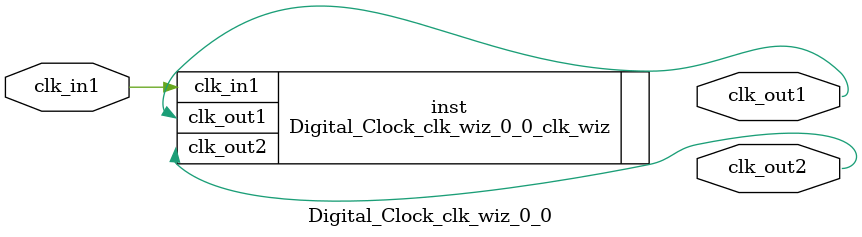
<source format=v>


`timescale 1ps/1ps

(* CORE_GENERATION_INFO = "Digital_Clock_clk_wiz_0_0,clk_wiz_v5_4_3_0,{component_name=Digital_Clock_clk_wiz_0_0,use_phase_alignment=true,use_min_o_jitter=false,use_max_i_jitter=false,use_dyn_phase_shift=false,use_inclk_switchover=false,use_dyn_reconfig=false,enable_axi=0,feedback_source=FDBK_AUTO,PRIMITIVE=PLL,num_out_clk=2,clkin1_period=10.000,clkin2_period=10.000,use_power_down=false,use_reset=false,use_locked=false,use_inclk_stopped=false,feedback_type=SINGLE,CLOCK_MGR_TYPE=NA,manual_override=false}" *)

module Digital_Clock_clk_wiz_0_0 
 (
  // Clock out ports
  output        clk_out1,
  output        clk_out2,
 // Clock in ports
  input         clk_in1
 );

  Digital_Clock_clk_wiz_0_0_clk_wiz inst
  (
  // Clock out ports  
  .clk_out1(clk_out1),
  .clk_out2(clk_out2),
 // Clock in ports
  .clk_in1(clk_in1)
  );

endmodule

</source>
